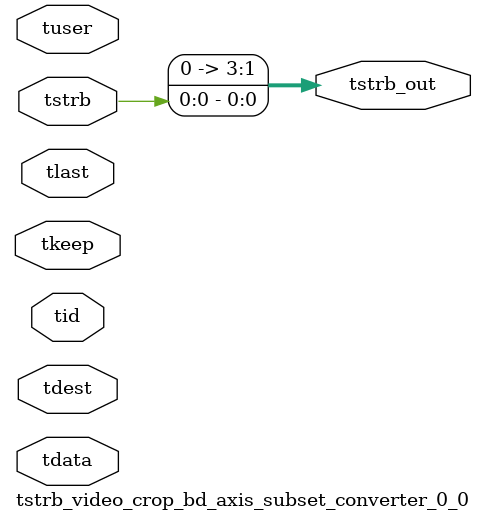
<source format=v>


`timescale 1ps/1ps

module tstrb_video_crop_bd_axis_subset_converter_0_0 #
(
parameter C_S_AXIS_TDATA_WIDTH = 32,
parameter C_S_AXIS_TUSER_WIDTH = 0,
parameter C_S_AXIS_TID_WIDTH   = 0,
parameter C_S_AXIS_TDEST_WIDTH = 0,
parameter C_M_AXIS_TDATA_WIDTH = 32
)
(
input  [(C_S_AXIS_TDATA_WIDTH == 0 ? 1 : C_S_AXIS_TDATA_WIDTH)-1:0     ] tdata,
input  [(C_S_AXIS_TUSER_WIDTH == 0 ? 1 : C_S_AXIS_TUSER_WIDTH)-1:0     ] tuser,
input  [(C_S_AXIS_TID_WIDTH   == 0 ? 1 : C_S_AXIS_TID_WIDTH)-1:0       ] tid,
input  [(C_S_AXIS_TDEST_WIDTH == 0 ? 1 : C_S_AXIS_TDEST_WIDTH)-1:0     ] tdest,
input  [(C_S_AXIS_TDATA_WIDTH/8)-1:0 ] tkeep,
input  [(C_S_AXIS_TDATA_WIDTH/8)-1:0 ] tstrb,
input                                                                    tlast,
output [(C_M_AXIS_TDATA_WIDTH/8)-1:0 ] tstrb_out
);

assign tstrb_out = {tstrb[0:0]};

endmodule


</source>
